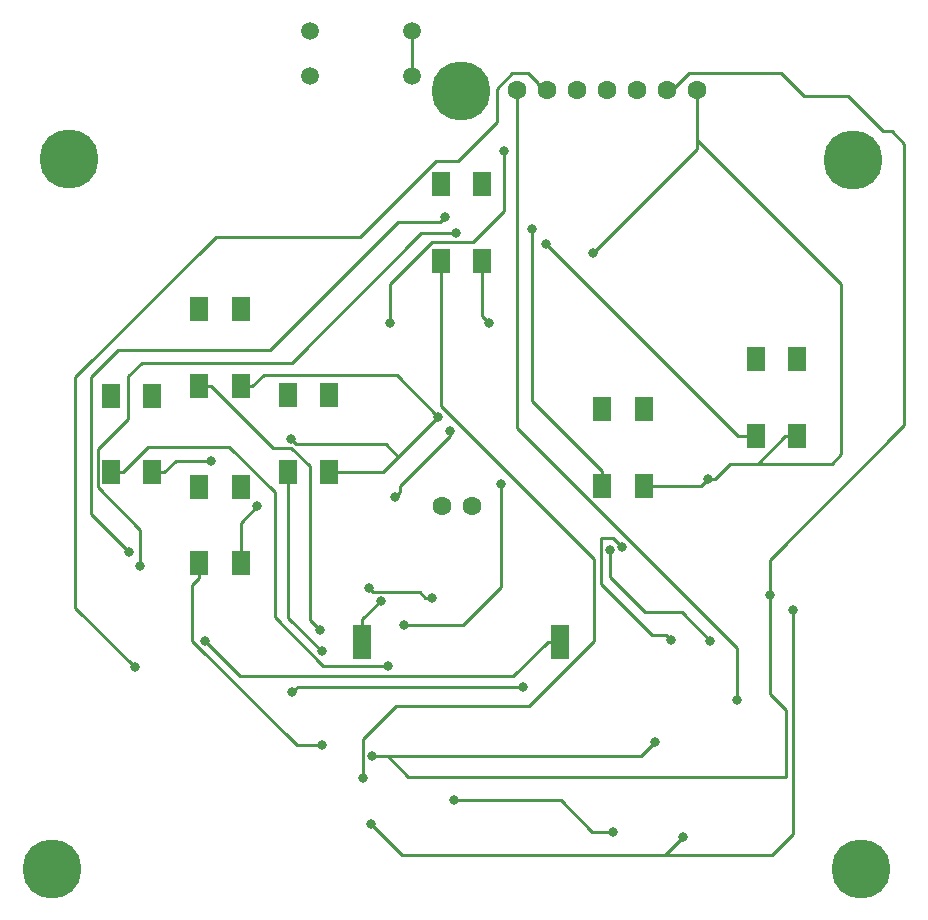
<source format=gbr>
G04 #@! TF.GenerationSoftware,KiCad,Pcbnew,5.0.2+dfsg1-1~bpo9+1*
G04 #@! TF.CreationDate,2021-01-26T10:03:55+00:00*
G04 #@! TF.ProjectId,ardubigboy,61726475-6269-4676-926f-792e6b696361,rev?*
G04 #@! TF.SameCoordinates,Original*
G04 #@! TF.FileFunction,Copper,L1,Top*
G04 #@! TF.FilePolarity,Positive*
%FSLAX46Y46*%
G04 Gerber Fmt 4.6, Leading zero omitted, Abs format (unit mm)*
G04 Created by KiCad (PCBNEW 5.0.2+dfsg1-1~bpo9+1) date Tue 26 Jan 2021 10:03:55 GMT*
%MOMM*%
%LPD*%
G01*
G04 APERTURE LIST*
G04 #@! TA.AperFunction,ComponentPad*
%ADD10C,1.500000*%
G04 #@! TD*
G04 #@! TA.AperFunction,ComponentPad*
%ADD11C,1.600000*%
G04 #@! TD*
G04 #@! TA.AperFunction,SMDPad,CuDef*
%ADD12R,1.524000X3.000000*%
G04 #@! TD*
G04 #@! TA.AperFunction,SMDPad,CuDef*
%ADD13R,1.500000X2.000000*%
G04 #@! TD*
G04 #@! TA.AperFunction,ComponentPad*
%ADD14C,5.000000*%
G04 #@! TD*
G04 #@! TA.AperFunction,ViaPad*
%ADD15C,0.800000*%
G04 #@! TD*
G04 #@! TA.AperFunction,Conductor*
%ADD16C,0.250000*%
G04 #@! TD*
G04 APERTURE END LIST*
D10*
G04 #@! TO.P,U13,1*
G04 #@! TO.N,Net-(R3-Pad2)*
X81212000Y-54360000D03*
X89848000Y-54360000D03*
X89848000Y-50562700D03*
X81212000Y-50562700D03*
G04 #@! TD*
D11*
G04 #@! TO.P,U5,1*
G04 #@! TO.N,Net-(SW1-Pad2)*
X114020000Y-55590000D03*
G04 #@! TO.P,U5,2*
G04 #@! TO.N,Net-(R2-Pad1)*
X111480000Y-55590000D03*
G04 #@! TO.P,U5,3*
G04 #@! TO.N,Net-(U2-Pad5)*
X108940000Y-55590000D03*
G04 #@! TO.P,U5,4*
G04 #@! TO.N,Net-(U2-Pad6)*
X106400000Y-55590000D03*
G04 #@! TO.P,U5,5*
G04 #@! TO.N,Net-(U3-Pad9)*
X103860000Y-55590000D03*
G04 #@! TO.P,U5,6*
G04 #@! TO.N,Net-(U3-Pad7)*
X101320000Y-55590000D03*
G04 #@! TO.P,U5,7*
G04 #@! TO.N,Net-(R2-Pad2)*
X98780000Y-55590000D03*
G04 #@! TD*
D12*
G04 #@! TO.P,LS1,1*
G04 #@! TO.N,Net-(LS1-Pad1)*
X102368500Y-102296500D03*
G04 #@! TO.P,LS1,2*
G04 #@! TO.N,Net-(LS1-Pad2)*
X85668000Y-102296500D03*
G04 #@! TD*
D13*
G04 #@! TO.P,SW2,3*
G04 #@! TO.N,N/C*
X64362320Y-81458800D03*
G04 #@! TO.P,SW2,4*
X67872600Y-81458800D03*
G04 #@! TO.P,SW2,2*
G04 #@! TO.N,Net-(SW1-Pad2)*
X67872600Y-87966280D03*
G04 #@! TO.P,SW2,1*
G04 #@! TO.N,Net-(SW2-Pad1)*
X64367400Y-87961200D03*
G04 #@! TD*
G04 #@! TO.P,SW4,3*
G04 #@! TO.N,N/C*
X71852320Y-89158800D03*
G04 #@! TO.P,SW4,4*
X75362600Y-89158800D03*
G04 #@! TO.P,SW4,2*
G04 #@! TO.N,Net-(SW1-Pad2)*
X75362600Y-95666280D03*
G04 #@! TO.P,SW4,1*
G04 #@! TO.N,Net-(SW4-Pad1)*
X71857400Y-95661200D03*
G04 #@! TD*
G04 #@! TO.P,SW5,3*
G04 #@! TO.N,N/C*
X79342320Y-81438800D03*
G04 #@! TO.P,SW5,4*
X82852600Y-81438800D03*
G04 #@! TO.P,SW5,2*
G04 #@! TO.N,Net-(SW1-Pad2)*
X82852600Y-87946280D03*
G04 #@! TO.P,SW5,1*
G04 #@! TO.N,Net-(SW5-Pad1)*
X79347400Y-87941200D03*
G04 #@! TD*
G04 #@! TO.P,SW3,3*
G04 #@! TO.N,N/C*
X71842320Y-74138800D03*
G04 #@! TO.P,SW3,4*
X75352600Y-74138800D03*
G04 #@! TO.P,SW3,2*
G04 #@! TO.N,Net-(SW1-Pad2)*
X75352600Y-80646280D03*
G04 #@! TO.P,SW3,1*
G04 #@! TO.N,Net-(SW3-Pad1)*
X71847400Y-80641200D03*
G04 #@! TD*
G04 #@! TO.P,SW6,3*
G04 #@! TO.N,N/C*
X105962320Y-82568800D03*
G04 #@! TO.P,SW6,4*
X109472600Y-82568800D03*
G04 #@! TO.P,SW6,2*
G04 #@! TO.N,Net-(SW1-Pad2)*
X109472600Y-89076280D03*
G04 #@! TO.P,SW6,1*
G04 #@! TO.N,Net-(SW6-Pad1)*
X105967400Y-89071200D03*
G04 #@! TD*
G04 #@! TO.P,SW7,3*
G04 #@! TO.N,N/C*
X118952320Y-78398800D03*
G04 #@! TO.P,SW7,4*
X122462600Y-78398800D03*
G04 #@! TO.P,SW7,2*
G04 #@! TO.N,Net-(SW1-Pad2)*
X122462600Y-84906280D03*
G04 #@! TO.P,SW7,1*
G04 #@! TO.N,Net-(SW7-Pad1)*
X118957400Y-84901200D03*
G04 #@! TD*
G04 #@! TO.P,SW1,3*
G04 #@! TO.N,N/C*
X92292320Y-63518800D03*
G04 #@! TO.P,SW1,4*
X95802600Y-63518800D03*
G04 #@! TO.P,SW1,2*
G04 #@! TO.N,Net-(SW1-Pad2)*
X95802600Y-70026280D03*
G04 #@! TO.P,SW1,1*
G04 #@! TO.N,Net-(SW1-Pad1)*
X92297400Y-70021200D03*
G04 #@! TD*
D11*
G04 #@! TO.P,U6,1*
G04 #@! TO.N,Net-(U6-Pad1)*
X92420000Y-90820000D03*
G04 #@! TO.P,U6,2*
G04 #@! TO.N,Net-(U6-Pad2)*
X94960000Y-90820000D03*
G04 #@! TD*
D14*
G04 #@! TO.P,U11,1*
G04 #@! TO.N,Net-(U11-Pad1)*
X127850000Y-121500000D03*
G04 #@! TD*
G04 #@! TO.P,U9,1*
G04 #@! TO.N,Net-(U9-Pad1)*
X59350000Y-121500000D03*
G04 #@! TD*
G04 #@! TO.P,U8,1*
G04 #@! TO.N,Net-(U8-Pad1)*
X60800000Y-61450000D03*
G04 #@! TD*
G04 #@! TO.P,U12,1*
G04 #@! TO.N,Net-(U12-Pad1)*
X94050000Y-55700000D03*
G04 #@! TD*
G04 #@! TO.P,U10,1*
G04 #@! TO.N,Net-(U10-Pad1)*
X127200000Y-61500000D03*
G04 #@! TD*
D15*
G04 #@! TO.N,Net-(LS1-Pad1)*
X72370000Y-102260000D03*
G04 #@! TO.N,Net-(LS1-Pad2)*
X87240000Y-98825000D03*
G04 #@! TO.N,Net-(R1-Pad2)*
X79710000Y-106580000D03*
X99240000Y-106090000D03*
G04 #@! TO.N,Net-(R2-Pad2)*
X117400000Y-107270000D03*
G04 #@! TO.N,Net-(R2-Pad1)*
X110450000Y-110810000D03*
X86480000Y-112010000D03*
X120140000Y-98350000D03*
G04 #@! TO.N,Net-(SW1-Pad2)*
X122150000Y-99590000D03*
X86380000Y-117720000D03*
X112800000Y-118840000D03*
X114940000Y-88480000D03*
X96410000Y-75340000D03*
X105220000Y-69390000D03*
X92100000Y-83240000D03*
X76770000Y-90830000D03*
X79639841Y-85155000D03*
X72870000Y-86990000D03*
X111780000Y-102130000D03*
X107670000Y-94300000D03*
G04 #@! TO.N,Net-(U2-Pad3)*
X106840000Y-118380000D03*
X93400000Y-115700000D03*
X91570000Y-98560000D03*
X86220000Y-97730000D03*
G04 #@! TO.N,Net-(U2-Pad5)*
X89210000Y-100880000D03*
X97390000Y-88950000D03*
G04 #@! TO.N,Net-(U2-Pad6)*
X88440000Y-90040000D03*
X93050000Y-84470000D03*
G04 #@! TO.N,Net-(U3-Pad7)*
X66390000Y-104450000D03*
G04 #@! TO.N,Net-(U3-Pad9)*
X87980000Y-75350000D03*
X97630000Y-60770000D03*
G04 #@! TO.N,Net-(SW7-Pad1)*
X101210000Y-68660000D03*
X93550000Y-67720000D03*
X66870000Y-95900000D03*
G04 #@! TO.N,Net-(SW6-Pad1)*
X100060000Y-67370000D03*
X92660000Y-66350000D03*
X65890000Y-94740000D03*
G04 #@! TO.N,Net-(SW3-Pad1)*
X82085000Y-101320000D03*
G04 #@! TO.N,Net-(SW5-Pad1)*
X82200000Y-103120000D03*
G04 #@! TO.N,Net-(SW2-Pad1)*
X87820000Y-104350000D03*
G04 #@! TO.N,Net-(SW4-Pad1)*
X82200000Y-111060000D03*
G04 #@! TO.N,Net-(SW1-Pad1)*
X85730000Y-113830000D03*
G04 #@! TO.N,Net-(SW9-Pad2)*
X115080000Y-102200000D03*
X106620000Y-94520000D03*
G04 #@! TD*
D16*
G04 #@! TO.N,Net-(LS1-Pad1)*
X101356500Y-102296500D02*
X98453000Y-105200000D01*
X102368500Y-102296500D02*
X101356500Y-102296500D01*
X75310000Y-105200000D02*
X72370000Y-102260000D01*
X98453000Y-105200000D02*
X75310000Y-105200000D01*
G04 #@! TO.N,Net-(LS1-Pad2)*
X85668000Y-100397000D02*
X85668000Y-102296500D01*
X87240000Y-98825000D02*
X85668000Y-100397000D01*
G04 #@! TO.N,Net-(R1-Pad2)*
X80200000Y-106090000D02*
X99240000Y-106090000D01*
X79710000Y-106580000D02*
X80200000Y-106090000D01*
G04 #@! TO.N,Net-(R2-Pad2)*
X98760000Y-84198802D02*
X117400000Y-102838802D01*
X98760000Y-55970000D02*
X98760000Y-84198802D01*
X117400000Y-102838802D02*
X117400000Y-107270000D01*
G04 #@! TO.N,Net-(R2-Pad1)*
X110450000Y-110810000D02*
X109250000Y-112010000D01*
X87820000Y-112010000D02*
X86480000Y-112010000D01*
X89550000Y-113740000D02*
X87820000Y-112010000D01*
X109250000Y-112010000D02*
X87820000Y-112010000D01*
X120140000Y-98350000D02*
X120140000Y-106700000D01*
X121500000Y-108060000D02*
X121500000Y-113740000D01*
X120140000Y-106700000D02*
X121500000Y-108060000D01*
X121500000Y-113740000D02*
X89550000Y-113740000D01*
X120140000Y-97784315D02*
X120140000Y-98350000D01*
X123040000Y-56060000D02*
X126770000Y-56060000D01*
X131550000Y-60140000D02*
X131550000Y-83964301D01*
X131550000Y-83964301D02*
X120140000Y-95374301D01*
X120140000Y-95374301D02*
X120140000Y-97784315D01*
X113310000Y-54120000D02*
X121100000Y-54120000D01*
X111460000Y-55970000D02*
X113310000Y-54120000D01*
X126770000Y-56060000D02*
X129775001Y-59065001D01*
X129775001Y-59065001D02*
X130475001Y-59065001D01*
X121100000Y-54120000D02*
X123040000Y-56060000D01*
X130475001Y-59065001D02*
X131550000Y-60140000D01*
G04 #@! TO.N,Net-(SW1-Pad2)*
X122150000Y-99590000D02*
X122150000Y-118550000D01*
X122150000Y-118550000D02*
X120320000Y-120380000D01*
X89040000Y-120380000D02*
X86380000Y-117720000D01*
X111260000Y-120380000D02*
X110970000Y-120380000D01*
X112800000Y-118840000D02*
X111260000Y-120380000D01*
X110970000Y-120380000D02*
X89040000Y-120380000D01*
X120320000Y-120380000D02*
X110970000Y-120380000D01*
X115505685Y-88480000D02*
X116765685Y-87220000D01*
X114940000Y-88480000D02*
X115505685Y-88480000D01*
X121462600Y-84906280D02*
X122462600Y-84906280D01*
X119148880Y-87220000D02*
X121462600Y-84906280D01*
X114343720Y-89076280D02*
X114940000Y-88480000D01*
X109472600Y-89076280D02*
X114343720Y-89076280D01*
X114000000Y-59800000D02*
X126210000Y-72010000D01*
X126210000Y-72010000D02*
X126210000Y-86400000D01*
X118900000Y-87220000D02*
X119148880Y-87220000D01*
X125390000Y-87220000D02*
X118900000Y-87220000D01*
X126210000Y-86400000D02*
X125390000Y-87220000D01*
X116765685Y-87220000D02*
X118900000Y-87220000D01*
X95802600Y-74732600D02*
X96410000Y-75340000D01*
X95802600Y-70026280D02*
X95802600Y-74732600D01*
X114000000Y-60610000D02*
X114000000Y-59630000D01*
X105220000Y-69390000D02*
X114000000Y-60610000D01*
X114000000Y-59630000D02*
X114000000Y-59800000D01*
X114000000Y-55970000D02*
X114000000Y-59630000D01*
X87393720Y-87946280D02*
X82852600Y-87946280D01*
X76352600Y-80646280D02*
X77288880Y-79710000D01*
X75352600Y-80646280D02*
X76352600Y-80646280D01*
X88570000Y-79710000D02*
X92100000Y-83240000D01*
X77288880Y-79710000D02*
X88570000Y-79710000D01*
X75362600Y-92237400D02*
X76770000Y-90830000D01*
X75362600Y-95666280D02*
X75362600Y-92237400D01*
X87634999Y-85554999D02*
X88710000Y-86630000D01*
X80039840Y-85554999D02*
X87634999Y-85554999D01*
X79639841Y-85155000D02*
X80039840Y-85554999D01*
X92100000Y-83240000D02*
X88710000Y-86630000D01*
X88710000Y-86630000D02*
X87393720Y-87946280D01*
X69848880Y-86990000D02*
X72870000Y-86990000D01*
X68872600Y-87966280D02*
X69848880Y-86990000D01*
X67872600Y-87966280D02*
X68872600Y-87966280D01*
X111380001Y-101730001D02*
X110190001Y-101730001D01*
X111780000Y-102130000D02*
X111380001Y-101730001D01*
X110190001Y-101730001D02*
X105920000Y-97460000D01*
X105890000Y-97430000D02*
X105890000Y-93550000D01*
X105920000Y-97460000D02*
X105890000Y-97430000D01*
X105890000Y-93550000D02*
X105950000Y-93490000D01*
X106860000Y-93490000D02*
X107670000Y-94300000D01*
X105950000Y-93490000D02*
X106860000Y-93490000D01*
G04 #@! TO.N,Net-(U2-Pad3)*
X106840000Y-118380000D02*
X105140000Y-118380000D01*
X102460000Y-115700000D02*
X93400000Y-115700000D01*
X105140000Y-118380000D02*
X102460000Y-115700000D01*
X91004315Y-98560000D02*
X90544315Y-98100000D01*
X91570000Y-98560000D02*
X91004315Y-98560000D01*
X86590000Y-98100000D02*
X86220000Y-97730000D01*
X90544315Y-98100000D02*
X86590000Y-98100000D01*
G04 #@! TO.N,Net-(U2-Pad5)*
X89210000Y-100880000D02*
X94200000Y-100880000D01*
X97390000Y-97690000D02*
X97390000Y-88950000D01*
X94200000Y-100880000D02*
X97390000Y-97690000D01*
G04 #@! TO.N,Net-(U2-Pad6)*
X88839999Y-89640001D02*
X88839999Y-89070001D01*
X88440000Y-90040000D02*
X88839999Y-89640001D01*
X93050000Y-84860000D02*
X93050000Y-84470000D01*
X88839999Y-89070001D02*
X93050000Y-84860000D01*
G04 #@! TO.N,Net-(U3-Pad7)*
X61370000Y-99430000D02*
X66390000Y-104450000D01*
X61370000Y-79920000D02*
X61370000Y-99430000D01*
X73290000Y-68000000D02*
X61370000Y-79920000D01*
X99720000Y-54180000D02*
X98320000Y-54180000D01*
X97020000Y-58330000D02*
X93790000Y-61560000D01*
X85476118Y-68000000D02*
X73290000Y-68000000D01*
X100500001Y-54960001D02*
X99720000Y-54180000D01*
X91916118Y-61560000D02*
X85476118Y-68000000D01*
X100500001Y-55170001D02*
X100500001Y-54960001D01*
X98320000Y-54180000D02*
X97020000Y-55480000D01*
X93790000Y-61560000D02*
X91916118Y-61560000D01*
X101300000Y-55970000D02*
X100500001Y-55170001D01*
X97020000Y-55480000D02*
X97020000Y-58330000D01*
G04 #@! TO.N,Net-(U3-Pad9)*
X91538597Y-68445001D02*
X95034999Y-68445001D01*
X87980000Y-72003598D02*
X91538597Y-68445001D01*
X87980000Y-75350000D02*
X87980000Y-72003598D01*
X95034999Y-68445001D02*
X97660000Y-65820000D01*
X97660000Y-60800000D02*
X97630000Y-60770000D01*
X97660000Y-65820000D02*
X97660000Y-60800000D01*
G04 #@! TO.N,Net-(SW7-Pad1)*
X117451200Y-84901200D02*
X101210000Y-68660000D01*
X118957400Y-84901200D02*
X117451200Y-84901200D01*
X93550000Y-67720000D02*
X90630000Y-67720000D01*
X90630000Y-67720000D02*
X79680000Y-78670000D01*
X66966120Y-78670000D02*
X65800000Y-79836120D01*
X79680000Y-78670000D02*
X66966120Y-78670000D01*
X65800000Y-79836120D02*
X65800000Y-83430000D01*
X63292399Y-85937601D02*
X63292399Y-89221201D01*
X63292399Y-89221201D02*
X66870000Y-92798802D01*
X65800000Y-83430000D02*
X63292399Y-85937601D01*
X66870000Y-92798802D02*
X66870000Y-95900000D01*
G04 #@! TO.N,Net-(SW6-Pad1)*
X100060000Y-81913800D02*
X100060000Y-67370000D01*
X105967400Y-87821200D02*
X100060000Y-81913800D01*
X105967400Y-89071200D02*
X105967400Y-87821200D01*
X92260001Y-66749999D02*
X88660001Y-66749999D01*
X92660000Y-66350000D02*
X92260001Y-66749999D01*
X88660001Y-66749999D02*
X77830000Y-77580000D01*
X77830000Y-77580000D02*
X64950000Y-77580000D01*
X64950000Y-77580000D02*
X62670000Y-79860000D01*
X62670000Y-91520000D02*
X65890000Y-94740000D01*
X62670000Y-79860000D02*
X62670000Y-91520000D01*
G04 #@! TO.N,Net-(SW3-Pad1)*
X72857400Y-80651200D02*
X78086200Y-85880000D01*
X71857400Y-80651200D02*
X72857400Y-80651200D01*
X79641202Y-85880000D02*
X81210000Y-87448798D01*
X78086200Y-85880000D02*
X79641202Y-85880000D01*
X81210000Y-100445000D02*
X82085000Y-101320000D01*
X81210000Y-87448798D02*
X81210000Y-100445000D01*
G04 #@! TO.N,Net-(SW5-Pad1)*
X79367400Y-100287400D02*
X82200000Y-103120000D01*
X79367400Y-87941200D02*
X79367400Y-100287400D01*
G04 #@! TO.N,Net-(SW2-Pad1)*
X65357400Y-87951200D02*
X67538600Y-85770000D01*
X64357400Y-87951200D02*
X65357400Y-87951200D01*
X67538600Y-85770000D02*
X74400000Y-85770000D01*
X74400000Y-85770000D02*
X78240000Y-89610000D01*
X82356998Y-104350000D02*
X87820000Y-104350000D01*
X78240000Y-100233002D02*
X82356998Y-104350000D01*
X78240000Y-89610000D02*
X78240000Y-100233002D01*
G04 #@! TO.N,Net-(SW4-Pad1)*
X71847400Y-96881200D02*
X71240000Y-97488600D01*
X71847400Y-95631200D02*
X71847400Y-96881200D01*
X80096998Y-111060000D02*
X82200000Y-111060000D01*
X71240000Y-102203002D02*
X80096998Y-111060000D01*
X71240000Y-97488600D02*
X71240000Y-102203002D01*
G04 #@! TO.N,Net-(SW1-Pad1)*
X92297400Y-70021200D02*
X92297400Y-82377400D01*
X92297400Y-82377400D02*
X105250000Y-95330000D01*
X105250000Y-102262002D02*
X99792002Y-107720000D01*
X105250000Y-95330000D02*
X105250000Y-102262002D01*
X99792002Y-107720000D02*
X88510000Y-107720000D01*
X85730000Y-110500000D02*
X85730000Y-113830000D01*
X88510000Y-107720000D02*
X85730000Y-110500000D01*
G04 #@! TO.N,Net-(SW9-Pad2)*
X115080000Y-102200000D02*
X112700000Y-99820000D01*
X112700000Y-99820000D02*
X109610000Y-99820000D01*
X106620000Y-96830000D02*
X106620000Y-94520000D01*
X109610000Y-99820000D02*
X106620000Y-96830000D01*
G04 #@! TO.N,Net-(R3-Pad2)*
X89848000Y-54360000D02*
X89848000Y-50562700D01*
G04 #@! TD*
M02*

</source>
